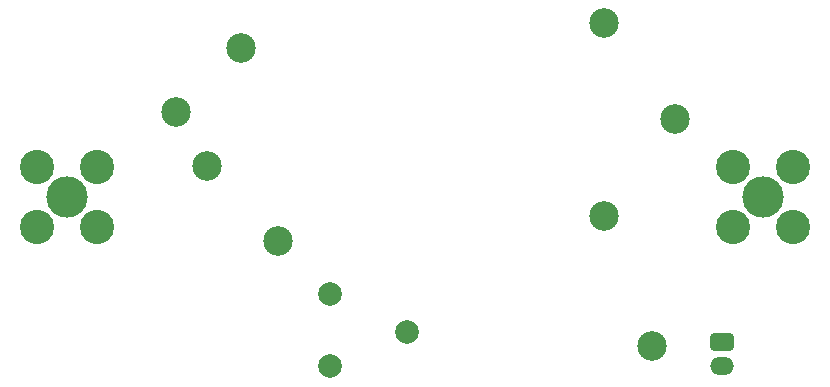
<source format=gbs>
G04 #@! TF.GenerationSoftware,KiCad,Pcbnew,(6.0.4)*
G04 #@! TF.CreationDate,2022-04-05T14:23:40+02:00*
G04 #@! TF.ProjectId,Wzmacniacz antenowy FM,577a6d61-636e-4696-9163-7a20616e7465,rev?*
G04 #@! TF.SameCoordinates,Original*
G04 #@! TF.FileFunction,Soldermask,Bot*
G04 #@! TF.FilePolarity,Negative*
%FSLAX46Y46*%
G04 Gerber Fmt 4.6, Leading zero omitted, Abs format (unit mm)*
G04 Created by KiCad (PCBNEW (6.0.4)) date 2022-04-05 14:23:40*
%MOMM*%
%LPD*%
G01*
G04 APERTURE LIST*
G04 Aperture macros list*
%AMRoundRect*
0 Rectangle with rounded corners*
0 $1 Rounding radius*
0 $2 $3 $4 $5 $6 $7 $8 $9 X,Y pos of 4 corners*
0 Add a 4 corners polygon primitive as box body*
4,1,4,$2,$3,$4,$5,$6,$7,$8,$9,$2,$3,0*
0 Add four circle primitives for the rounded corners*
1,1,$1+$1,$2,$3*
1,1,$1+$1,$4,$5*
1,1,$1+$1,$6,$7*
1,1,$1+$1,$8,$9*
0 Add four rect primitives between the rounded corners*
20,1,$1+$1,$2,$3,$4,$5,0*
20,1,$1+$1,$4,$5,$6,$7,0*
20,1,$1+$1,$6,$7,$8,$9,0*
20,1,$1+$1,$8,$9,$2,$3,0*%
G04 Aperture macros list end*
%ADD10C,2.000000*%
%ADD11C,3.500000*%
%ADD12C,2.900000*%
%ADD13C,2.500000*%
%ADD14RoundRect,0.312500X-0.687500X0.437500X-0.687500X-0.437500X0.687500X-0.437500X0.687500X0.437500X0*%
%ADD15O,2.000000X1.500000*%
G04 APERTURE END LIST*
D10*
G04 #@! TO.C,*
X143700000Y-102300000D03*
G04 #@! TD*
G04 #@! TO.C,*
X143700000Y-96200000D03*
G04 #@! TD*
G04 #@! TO.C,REF\u002A\u002A*
X150200000Y-99400000D03*
G04 #@! TD*
D11*
G04 #@! TO.C,J1*
X121400000Y-88000000D03*
D12*
X118860000Y-85460000D03*
X123940000Y-85460000D03*
X118860000Y-90540000D03*
X123940000Y-90540000D03*
G04 #@! TD*
D11*
G04 #@! TO.C,J3*
X180350000Y-88000000D03*
D12*
X177810000Y-90540000D03*
X177810000Y-85460000D03*
X182890000Y-85460000D03*
X182890000Y-90540000D03*
G04 #@! TD*
D13*
G04 #@! TO.C,L1*
X136150000Y-75400000D03*
X130650000Y-80800000D03*
G04 #@! TD*
G04 #@! TO.C,L2*
X133300000Y-85400000D03*
X139300000Y-91700000D03*
G04 #@! TD*
D14*
G04 #@! TO.C,J2*
X176900000Y-100300000D03*
D15*
X176900000Y-102300000D03*
G04 #@! TD*
D13*
G04 #@! TO.C,L4*
X166900000Y-89600000D03*
X170900000Y-100600000D03*
G04 #@! TD*
G04 #@! TO.C,L3*
X166900000Y-73300000D03*
X172900000Y-81400000D03*
G04 #@! TD*
M02*

</source>
